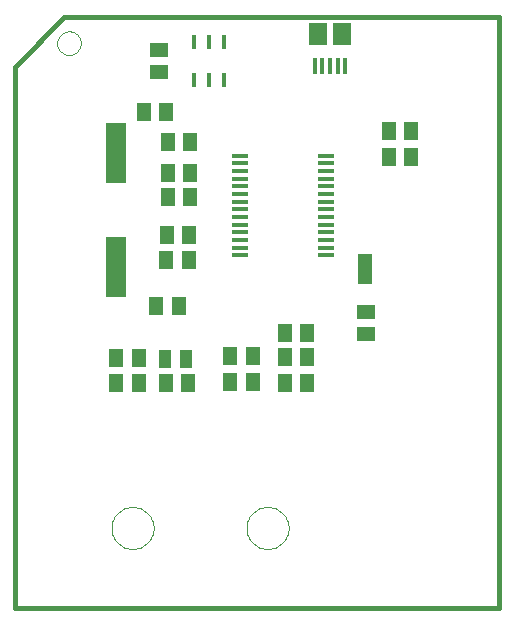
<source format=gtp>
G75*
%MOIN*%
%OFA0B0*%
%FSLAX24Y24*%
%IPPOS*%
%LPD*%
%AMOC8*
5,1,8,0,0,1.08239X$1,22.5*
%
%ADD10C,0.0160*%
%ADD11C,0.0000*%
%ADD12R,0.0550X0.0137*%
%ADD13R,0.0512X0.0591*%
%ADD14R,0.0591X0.0512*%
%ADD15R,0.0700X0.2000*%
%ADD16R,0.0500X0.1000*%
%ADD17R,0.0433X0.0591*%
%ADD18R,0.0160X0.0480*%
%ADD19R,0.0157X0.0531*%
%ADD20R,0.0591X0.0748*%
D10*
X000259Y001718D02*
X016401Y001718D01*
X016401Y021403D01*
X001913Y021403D01*
X000259Y019749D01*
X000259Y001718D01*
D11*
X003490Y004375D02*
X003492Y004427D01*
X003498Y004479D01*
X003508Y004531D01*
X003521Y004581D01*
X003538Y004631D01*
X003559Y004679D01*
X003584Y004725D01*
X003612Y004769D01*
X003643Y004811D01*
X003677Y004851D01*
X003714Y004888D01*
X003754Y004922D01*
X003796Y004953D01*
X003840Y004981D01*
X003886Y005006D01*
X003934Y005027D01*
X003984Y005044D01*
X004034Y005057D01*
X004086Y005067D01*
X004138Y005073D01*
X004190Y005075D01*
X004242Y005073D01*
X004294Y005067D01*
X004346Y005057D01*
X004396Y005044D01*
X004446Y005027D01*
X004494Y005006D01*
X004540Y004981D01*
X004584Y004953D01*
X004626Y004922D01*
X004666Y004888D01*
X004703Y004851D01*
X004737Y004811D01*
X004768Y004769D01*
X004796Y004725D01*
X004821Y004679D01*
X004842Y004631D01*
X004859Y004581D01*
X004872Y004531D01*
X004882Y004479D01*
X004888Y004427D01*
X004890Y004375D01*
X004888Y004323D01*
X004882Y004271D01*
X004872Y004219D01*
X004859Y004169D01*
X004842Y004119D01*
X004821Y004071D01*
X004796Y004025D01*
X004768Y003981D01*
X004737Y003939D01*
X004703Y003899D01*
X004666Y003862D01*
X004626Y003828D01*
X004584Y003797D01*
X004540Y003769D01*
X004494Y003744D01*
X004446Y003723D01*
X004396Y003706D01*
X004346Y003693D01*
X004294Y003683D01*
X004242Y003677D01*
X004190Y003675D01*
X004138Y003677D01*
X004086Y003683D01*
X004034Y003693D01*
X003984Y003706D01*
X003934Y003723D01*
X003886Y003744D01*
X003840Y003769D01*
X003796Y003797D01*
X003754Y003828D01*
X003714Y003862D01*
X003677Y003899D01*
X003643Y003939D01*
X003612Y003981D01*
X003584Y004025D01*
X003559Y004071D01*
X003538Y004119D01*
X003521Y004169D01*
X003508Y004219D01*
X003498Y004271D01*
X003492Y004323D01*
X003490Y004375D01*
X007990Y004375D02*
X007992Y004427D01*
X007998Y004479D01*
X008008Y004531D01*
X008021Y004581D01*
X008038Y004631D01*
X008059Y004679D01*
X008084Y004725D01*
X008112Y004769D01*
X008143Y004811D01*
X008177Y004851D01*
X008214Y004888D01*
X008254Y004922D01*
X008296Y004953D01*
X008340Y004981D01*
X008386Y005006D01*
X008434Y005027D01*
X008484Y005044D01*
X008534Y005057D01*
X008586Y005067D01*
X008638Y005073D01*
X008690Y005075D01*
X008742Y005073D01*
X008794Y005067D01*
X008846Y005057D01*
X008896Y005044D01*
X008946Y005027D01*
X008994Y005006D01*
X009040Y004981D01*
X009084Y004953D01*
X009126Y004922D01*
X009166Y004888D01*
X009203Y004851D01*
X009237Y004811D01*
X009268Y004769D01*
X009296Y004725D01*
X009321Y004679D01*
X009342Y004631D01*
X009359Y004581D01*
X009372Y004531D01*
X009382Y004479D01*
X009388Y004427D01*
X009390Y004375D01*
X009388Y004323D01*
X009382Y004271D01*
X009372Y004219D01*
X009359Y004169D01*
X009342Y004119D01*
X009321Y004071D01*
X009296Y004025D01*
X009268Y003981D01*
X009237Y003939D01*
X009203Y003899D01*
X009166Y003862D01*
X009126Y003828D01*
X009084Y003797D01*
X009040Y003769D01*
X008994Y003744D01*
X008946Y003723D01*
X008896Y003706D01*
X008846Y003693D01*
X008794Y003683D01*
X008742Y003677D01*
X008690Y003675D01*
X008638Y003677D01*
X008586Y003683D01*
X008534Y003693D01*
X008484Y003706D01*
X008434Y003723D01*
X008386Y003744D01*
X008340Y003769D01*
X008296Y003797D01*
X008254Y003828D01*
X008214Y003862D01*
X008177Y003899D01*
X008143Y003939D01*
X008112Y003981D01*
X008084Y004025D01*
X008059Y004071D01*
X008038Y004119D01*
X008021Y004169D01*
X008008Y004219D01*
X007998Y004271D01*
X007992Y004323D01*
X007990Y004375D01*
X001676Y020536D02*
X001678Y020575D01*
X001684Y020614D01*
X001694Y020652D01*
X001707Y020689D01*
X001724Y020724D01*
X001744Y020758D01*
X001768Y020789D01*
X001795Y020818D01*
X001824Y020844D01*
X001856Y020867D01*
X001890Y020887D01*
X001926Y020903D01*
X001963Y020915D01*
X002002Y020924D01*
X002041Y020929D01*
X002080Y020930D01*
X002119Y020927D01*
X002158Y020920D01*
X002195Y020909D01*
X002232Y020895D01*
X002267Y020877D01*
X002300Y020856D01*
X002331Y020831D01*
X002359Y020804D01*
X002384Y020774D01*
X002406Y020741D01*
X002425Y020707D01*
X002440Y020671D01*
X002452Y020633D01*
X002460Y020595D01*
X002464Y020556D01*
X002464Y020516D01*
X002460Y020477D01*
X002452Y020439D01*
X002440Y020401D01*
X002425Y020365D01*
X002406Y020331D01*
X002384Y020298D01*
X002359Y020268D01*
X002331Y020241D01*
X002300Y020216D01*
X002267Y020195D01*
X002232Y020177D01*
X002195Y020163D01*
X002158Y020152D01*
X002119Y020145D01*
X002080Y020142D01*
X002041Y020143D01*
X002002Y020148D01*
X001963Y020157D01*
X001926Y020169D01*
X001890Y020185D01*
X001856Y020205D01*
X001824Y020228D01*
X001795Y020254D01*
X001768Y020283D01*
X001744Y020314D01*
X001724Y020348D01*
X001707Y020383D01*
X001694Y020420D01*
X001684Y020458D01*
X001678Y020497D01*
X001676Y020536D01*
D12*
X007757Y016786D03*
X007757Y016531D03*
X007757Y016275D03*
X007757Y016019D03*
X007757Y015763D03*
X007757Y015507D03*
X007757Y015251D03*
X007757Y014995D03*
X007757Y014739D03*
X007757Y014483D03*
X007757Y014227D03*
X007757Y013971D03*
X007757Y013716D03*
X007757Y013460D03*
X010636Y013460D03*
X010636Y013716D03*
X010636Y013971D03*
X010636Y014227D03*
X010636Y014483D03*
X010636Y014739D03*
X010636Y014995D03*
X010636Y015251D03*
X010636Y015507D03*
X010636Y015763D03*
X010636Y016019D03*
X010636Y016275D03*
X010636Y016531D03*
X010636Y016786D03*
D13*
X012739Y016737D03*
X013487Y016737D03*
X013487Y017623D03*
X012739Y017623D03*
X010003Y010891D03*
X010003Y010084D03*
X010003Y009218D03*
X009255Y009218D03*
X009255Y010084D03*
X009255Y010891D03*
X008192Y010103D03*
X008192Y009237D03*
X007444Y009237D03*
X007444Y010103D03*
X006047Y009218D03*
X005299Y009218D03*
X004393Y009218D03*
X004393Y010025D03*
X003645Y010025D03*
X003645Y009218D03*
X004984Y011777D03*
X005732Y011777D03*
X006066Y013312D03*
X006086Y014139D03*
X005338Y014139D03*
X005318Y013312D03*
X005358Y015399D03*
X006106Y015399D03*
X006106Y016206D03*
X005358Y016206D03*
X005358Y017229D03*
X006106Y017229D03*
X005318Y018233D03*
X004570Y018233D03*
D14*
X005082Y019572D03*
X005082Y020320D03*
X011972Y011580D03*
X011972Y010832D03*
D15*
X003625Y013066D03*
X003625Y016866D03*
D16*
X011952Y013017D03*
D17*
X005968Y010005D03*
X005259Y010005D03*
D18*
X006236Y019316D03*
X006736Y019316D03*
X007236Y019316D03*
X007236Y020576D03*
X006736Y020576D03*
X006236Y020576D03*
D19*
X010259Y019779D03*
X010515Y019779D03*
X010771Y019779D03*
X011027Y019779D03*
X011283Y019779D03*
D20*
X011165Y020832D03*
X010377Y020828D03*
M02*

</source>
